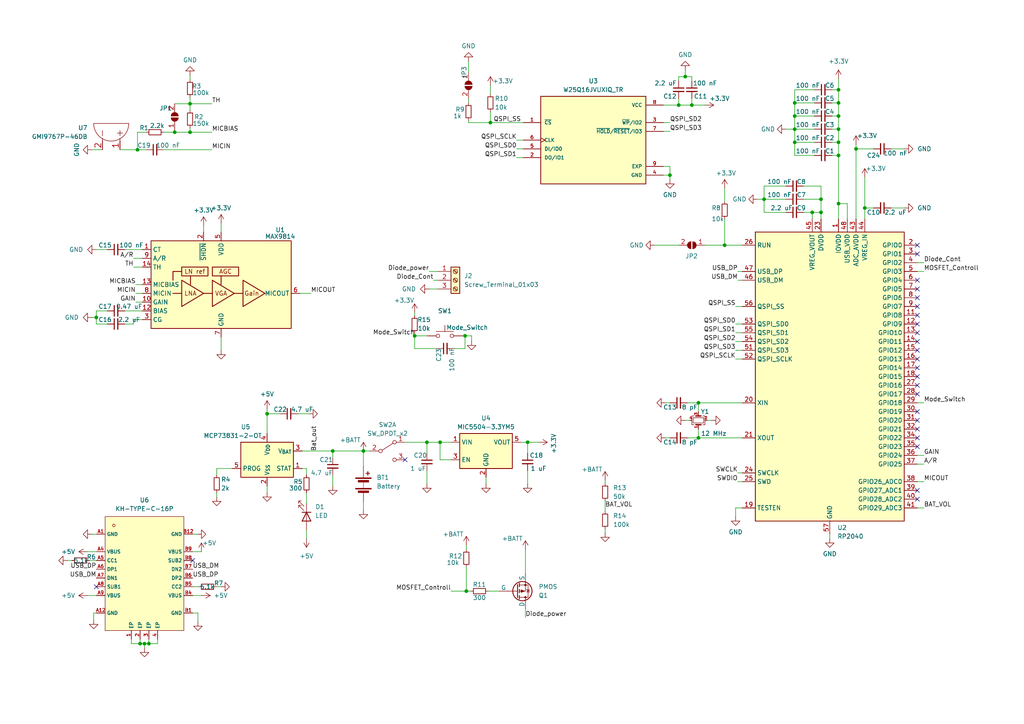
<source format=kicad_sch>
(kicad_sch (version 20230121) (generator eeschema)
  (paper "A4")
  (junction (at 96.52 130.81))
  (junction (at 243.205 45.085))
  (junction (at 200.66 30.48))
  (junction (at 153.035 128.27))
  (junction (at 27.94 92.075))
  (junction (at 55.118 38.354))
  (junction (at 243.205 41.275))
  (junction (at 235.585 61.595))
  (junction (at 134.874 97.409))
  (junction (at 221.615 57.785))
  (junction (at 210.185 71.12))
  (junction (at 43.18 186.69))
  (junction (at 238.125 57.785))
  (junction (at 39.878 43.434))
  (junction (at 243.205 59.055))
  (junction (at 243.205 29.845))
  (junction (at 127.635 128.27))
  (junction (at 230.505 41.275))
  (junction (at 230.505 37.465))
  (junction (at 243.205 33.655))
  (junction (at 105.41 130.81))
  (junction (at 196.85 30.48))
  (junction (at 123.825 128.27))
  (junction (at 230.505 33.655))
  (junction (at 230.505 29.845))
  (junction (at 55.118 30.099))
  (junction (at 77.47 120.015))
  (junction (at 50.673 38.354))
  (junction (at 198.755 22.225))
  (junction (at 243.205 37.465))
  (junction (at 248.285 43.18))
  (junction (at 194.31 50.8))
  (junction (at 41.91 186.69))
  (junction (at 250.825 60.325))
  (junction (at 135.255 171.45))
  (junction (at 40.64 186.69))
  (junction (at 238.125 61.595))
  (junction (at 120.269 97.409))
  (junction (at 243.205 26.035))
  (junction (at 202.565 127))
  (junction (at 202.565 116.84))
  (junction (at 142.24 35.56))
  (no_connect (at 266.065 142.24))
  (no_connect (at 266.065 111.76))
  (no_connect (at 266.065 71.12))
  (no_connect (at 266.065 104.14))
  (no_connect (at 266.065 101.6))
  (no_connect (at 55.88 162.56))
  (no_connect (at 266.065 127))
  (no_connect (at 266.065 114.3))
  (no_connect (at 27.94 170.18))
  (no_connect (at 117.475 133.35))
  (no_connect (at 266.065 106.68))
  (no_connect (at 266.065 121.92))
  (no_connect (at 266.065 93.98))
  (no_connect (at 266.065 73.66))
  (no_connect (at 266.065 109.22))
  (no_connect (at 266.065 81.28))
  (no_connect (at 266.065 88.9))
  (no_connect (at 266.065 86.36))
  (no_connect (at 266.065 144.78))
  (no_connect (at 266.065 124.46))
  (no_connect (at 266.065 96.52))
  (no_connect (at 266.065 129.54))
  (no_connect (at 266.065 91.44))
  (no_connect (at 266.065 83.82))
  (no_connect (at 266.065 119.38))
  (no_connect (at 266.065 99.06))
  (wire (pts (xy 253.365 60.325) (xy 250.825 60.325)))
  (wire (pts (xy 39.878 43.434) (xy 42.418 43.434)))
  (wire (pts (xy 123.825 128.27) (xy 123.825 131.445)))
  (wire (pts (xy 243.205 45.085) (xy 243.205 41.275)))
  (wire (pts (xy 38.735 93.98) (xy 38.735 92.71)))
  (wire (pts (xy 55.88 160.02) (xy 58.42 160.02)))
  (wire (pts (xy 199.39 127) (xy 202.565 127)))
  (wire (pts (xy 135.89 35.56) (xy 142.24 35.56)))
  (wire (pts (xy 235.585 63.5) (xy 235.585 61.595)))
  (wire (pts (xy 27.178 177.8) (xy 27.178 179.832)))
  (wire (pts (xy 39.878 38.354) (xy 39.878 43.434)))
  (wire (pts (xy 194.31 48.26) (xy 194.31 50.8)))
  (wire (pts (xy 134.874 101.092) (xy 134.874 97.409)))
  (wire (pts (xy 227.965 37.465) (xy 230.505 37.465)))
  (wire (pts (xy 202.565 116.84) (xy 202.565 119.38)))
  (wire (pts (xy 120.269 101.092) (xy 120.269 97.409)))
  (wire (pts (xy 266.065 76.2) (xy 267.97 76.2)))
  (wire (pts (xy 238.125 63.5) (xy 238.125 61.595)))
  (wire (pts (xy 142.24 35.56) (xy 151.765 35.56)))
  (wire (pts (xy 245.745 63.5) (xy 245.745 59.055)))
  (wire (pts (xy 135.89 17.78) (xy 135.89 20.955)))
  (wire (pts (xy 120.269 96.647) (xy 120.269 97.409)))
  (wire (pts (xy 258.445 60.325) (xy 262.255 60.325)))
  (wire (pts (xy 62.865 135.89) (xy 67.31 135.89)))
  (wire (pts (xy 241.3 45.085) (xy 243.205 45.085)))
  (wire (pts (xy 243.205 45.085) (xy 243.205 59.055)))
  (wire (pts (xy 81.28 120.015) (xy 77.47 120.015)))
  (wire (pts (xy 27.94 172.72) (xy 25.4 172.72)))
  (wire (pts (xy 192.405 38.1) (xy 194.31 38.1)))
  (wire (pts (xy 41.91 186.69) (xy 40.64 186.69)))
  (wire (pts (xy 135.255 164.465) (xy 135.255 171.45)))
  (wire (pts (xy 236.22 29.845) (xy 230.505 29.845)))
  (wire (pts (xy 134.874 97.409) (xy 136.779 97.409)))
  (wire (pts (xy 241.3 26.035) (xy 243.205 26.035)))
  (wire (pts (xy 55.88 154.94) (xy 57.15 154.94)))
  (wire (pts (xy 205.105 121.92) (xy 206.375 121.92)))
  (wire (pts (xy 38.735 74.93) (xy 41.275 74.93)))
  (wire (pts (xy 127.635 133.35) (xy 127.635 128.27)))
  (wire (pts (xy 26.67 92.075) (xy 27.94 92.075)))
  (wire (pts (xy 34.798 43.434) (xy 39.878 43.434)))
  (wire (pts (xy 55.118 28.194) (xy 55.118 30.099)))
  (wire (pts (xy 96.52 130.81) (xy 105.41 130.81)))
  (wire (pts (xy 55.88 177.8) (xy 57.404 177.8)))
  (wire (pts (xy 213.995 137.16) (xy 215.265 137.16)))
  (wire (pts (xy 142.24 24.765) (xy 142.24 27.305)))
  (wire (pts (xy 213.36 96.52) (xy 215.265 96.52)))
  (wire (pts (xy 210.185 63.5) (xy 210.185 71.12)))
  (wire (pts (xy 27.94 93.98) (xy 27.94 92.075)))
  (wire (pts (xy 38.735 92.71) (xy 41.275 92.71)))
  (wire (pts (xy 266.065 132.08) (xy 267.97 132.08)))
  (wire (pts (xy 189.865 71.12) (xy 196.85 71.12)))
  (wire (pts (xy 55.118 21.844) (xy 55.118 23.114)))
  (wire (pts (xy 241.3 33.655) (xy 243.205 33.655)))
  (wire (pts (xy 36.195 93.98) (xy 38.735 93.98)))
  (wire (pts (xy 135.89 35.56) (xy 135.89 34.925)))
  (wire (pts (xy 153.035 136.525) (xy 153.035 140.335)))
  (wire (pts (xy 40.64 186.69) (xy 40.64 185.42)))
  (wire (pts (xy 202.565 127) (xy 215.265 127)))
  (wire (pts (xy 55.118 32.004) (xy 55.118 30.099)))
  (wire (pts (xy 248.285 41.91) (xy 248.285 43.18)))
  (wire (pts (xy 152.4 176.53) (xy 152.4 179.07)))
  (wire (pts (xy 87.63 130.81) (xy 96.52 130.81)))
  (wire (pts (xy 241.3 37.465) (xy 243.205 37.465)))
  (wire (pts (xy 243.205 59.055) (xy 243.205 63.5)))
  (wire (pts (xy 105.41 130.81) (xy 107.315 130.81)))
  (wire (pts (xy 194.31 52.07) (xy 194.31 50.8)))
  (wire (pts (xy 134.112 97.409) (xy 134.874 97.409)))
  (wire (pts (xy 198.755 121.92) (xy 200.025 121.92)))
  (wire (pts (xy 213.36 99.06) (xy 215.265 99.06)))
  (wire (pts (xy 235.585 61.595) (xy 238.125 61.595)))
  (wire (pts (xy 221.615 61.595) (xy 221.615 57.785)))
  (wire (pts (xy 39.37 87.63) (xy 41.275 87.63)))
  (wire (pts (xy 230.505 45.085) (xy 230.505 41.275)))
  (wire (pts (xy 213.36 104.14) (xy 215.265 104.14)))
  (wire (pts (xy 149.86 45.72) (xy 151.765 45.72)))
  (wire (pts (xy 38.735 77.47) (xy 41.275 77.47)))
  (wire (pts (xy 127.635 128.27) (xy 130.81 128.27)))
  (wire (pts (xy 88.9 135.89) (xy 87.63 135.89)))
  (wire (pts (xy 198.755 20.32) (xy 198.755 22.225)))
  (wire (pts (xy 50.673 38.354) (xy 55.118 38.354)))
  (wire (pts (xy 213.995 81.28) (xy 215.265 81.28)))
  (wire (pts (xy 27.94 72.39) (xy 31.115 72.39)))
  (wire (pts (xy 77.47 140.97) (xy 77.47 142.875)))
  (wire (pts (xy 230.505 26.035) (xy 230.505 29.845)))
  (wire (pts (xy 96.52 137.795) (xy 96.52 140.97)))
  (wire (pts (xy 55.118 37.084) (xy 55.118 38.354)))
  (wire (pts (xy 236.22 26.035) (xy 230.505 26.035)))
  (wire (pts (xy 77.47 120.015) (xy 77.47 125.73)))
  (wire (pts (xy 199.39 116.84) (xy 202.565 116.84)))
  (wire (pts (xy 27.94 92.075) (xy 27.94 90.17)))
  (wire (pts (xy 243.205 22.86) (xy 243.205 26.035)))
  (wire (pts (xy 123.825 136.525) (xy 123.825 140.335)))
  (wire (pts (xy 105.41 145.415) (xy 105.41 147.955)))
  (wire (pts (xy 196.85 28.575) (xy 196.85 30.48)))
  (wire (pts (xy 192.405 30.48) (xy 196.85 30.48)))
  (wire (pts (xy 248.285 43.18) (xy 248.285 63.5)))
  (wire (pts (xy 230.505 37.465) (xy 230.505 41.275)))
  (wire (pts (xy 27.94 154.94) (xy 26.67 154.94)))
  (wire (pts (xy 230.505 41.275) (xy 236.22 41.275)))
  (wire (pts (xy 243.205 33.655) (xy 243.205 37.465)))
  (wire (pts (xy 55.118 38.354) (xy 61.468 38.354)))
  (wire (pts (xy 221.615 57.785) (xy 227.965 57.785)))
  (wire (pts (xy 245.745 59.055) (xy 243.205 59.055)))
  (wire (pts (xy 136.779 98.933) (xy 136.779 97.409)))
  (wire (pts (xy 213.36 93.98) (xy 215.265 93.98)))
  (wire (pts (xy 196.85 30.48) (xy 200.66 30.48)))
  (wire (pts (xy 120.269 97.409) (xy 123.952 97.409)))
  (wire (pts (xy 59.055 65.405) (xy 59.055 67.31)))
  (wire (pts (xy 86.36 120.015) (xy 89.535 120.015)))
  (wire (pts (xy 77.47 118.745) (xy 77.47 120.015)))
  (wire (pts (xy 55.88 172.72) (xy 58.42 172.72)))
  (wire (pts (xy 131.699 101.092) (xy 134.874 101.092)))
  (wire (pts (xy 50.673 30.099) (xy 55.118 30.099)))
  (wire (pts (xy 192.405 48.26) (xy 194.31 48.26)))
  (wire (pts (xy 42.418 38.354) (xy 39.878 38.354)))
  (wire (pts (xy 41.91 186.69) (xy 41.91 187.96)))
  (wire (pts (xy 215.265 116.84) (xy 202.565 116.84)))
  (wire (pts (xy 210.185 71.12) (xy 215.265 71.12)))
  (wire (pts (xy 125.73 81.28) (xy 127 81.28)))
  (wire (pts (xy 213.36 101.6) (xy 215.265 101.6)))
  (wire (pts (xy 45.72 186.69) (xy 45.72 185.42)))
  (wire (pts (xy 194.31 50.8) (xy 192.405 50.8)))
  (wire (pts (xy 88.9 142.875) (xy 88.9 146.05)))
  (wire (pts (xy 221.615 53.975) (xy 227.965 53.975)))
  (wire (pts (xy 193.04 116.84) (xy 194.31 116.84)))
  (wire (pts (xy 230.505 33.655) (xy 236.22 33.655)))
  (wire (pts (xy 243.205 29.845) (xy 243.205 33.655)))
  (wire (pts (xy 27.178 177.8) (xy 27.94 177.8)))
  (wire (pts (xy 238.125 53.975) (xy 233.045 53.975)))
  (wire (pts (xy 38.1 185.42) (xy 38.1 186.69)))
  (wire (pts (xy 36.195 72.39) (xy 41.275 72.39)))
  (wire (pts (xy 250.825 60.325) (xy 250.825 63.5)))
  (wire (pts (xy 47.498 38.354) (xy 50.673 38.354)))
  (wire (pts (xy 213.995 139.7) (xy 215.265 139.7)))
  (wire (pts (xy 47.498 43.434) (xy 61.468 43.434)))
  (wire (pts (xy 105.41 135.255) (xy 105.41 130.81)))
  (wire (pts (xy 62.865 142.875) (xy 62.865 144.145)))
  (wire (pts (xy 26.67 43.434) (xy 29.718 43.434)))
  (wire (pts (xy 43.18 186.69) (xy 43.18 185.42)))
  (wire (pts (xy 64.135 97.79) (xy 64.135 101.6)))
  (wire (pts (xy 96.52 130.81) (xy 96.52 132.715)))
  (wire (pts (xy 55.88 170.18) (xy 57.658 170.18)))
  (wire (pts (xy 266.065 78.74) (xy 267.97 78.74)))
  (wire (pts (xy 117.475 128.27) (xy 123.825 128.27)))
  (wire (pts (xy 198.755 22.225) (xy 196.85 22.225)))
  (wire (pts (xy 213.36 88.9) (xy 215.265 88.9)))
  (wire (pts (xy 149.86 43.18) (xy 151.765 43.18)))
  (wire (pts (xy 198.755 22.225) (xy 200.66 22.225)))
  (wire (pts (xy 39.37 82.55) (xy 41.275 82.55)))
  (wire (pts (xy 36.195 90.17) (xy 41.275 90.17)))
  (wire (pts (xy 230.505 29.845) (xy 230.505 33.655)))
  (wire (pts (xy 27.94 160.02) (xy 25.4 160.02)))
  (wire (pts (xy 238.125 57.785) (xy 238.125 61.595)))
  (wire (pts (xy 233.045 61.595) (xy 235.585 61.595)))
  (wire (pts (xy 55.118 30.099) (xy 61.468 30.099)))
  (wire (pts (xy 120.269 90.678) (xy 120.269 91.567)))
  (wire (pts (xy 253.365 43.18) (xy 248.285 43.18)))
  (wire (pts (xy 124.46 83.82) (xy 127 83.82)))
  (wire (pts (xy 153.035 128.27) (xy 156.21 128.27)))
  (wire (pts (xy 230.505 37.465) (xy 236.22 37.465)))
  (wire (pts (xy 266.065 147.32) (xy 267.97 147.32)))
  (wire (pts (xy 135.89 28.575) (xy 135.89 29.845)))
  (wire (pts (xy 126.619 101.092) (xy 120.269 101.092)))
  (wire (pts (xy 153.035 128.27) (xy 153.035 131.445)))
  (wire (pts (xy 243.205 37.465) (xy 243.205 41.275)))
  (wire (pts (xy 240.665 154.94) (xy 240.665 156.21)))
  (wire (pts (xy 213.36 147.32) (xy 213.36 149.86)))
  (wire (pts (xy 130.81 171.45) (xy 135.255 171.45)))
  (wire (pts (xy 238.125 57.785) (xy 238.125 53.975)))
  (wire (pts (xy 204.47 30.48) (xy 200.66 30.48)))
  (wire (pts (xy 243.205 26.035) (xy 243.205 29.845)))
  (wire (pts (xy 62.738 170.18) (xy 64.008 170.18)))
  (wire (pts (xy 39.37 85.09) (xy 41.275 85.09)))
  (wire (pts (xy 25.908 162.56) (xy 27.94 162.56)))
  (wire (pts (xy 88.9 153.67) (xy 88.9 156.21)))
  (wire (pts (xy 20.828 162.56) (xy 19.558 162.56)))
  (wire (pts (xy 151.13 128.27) (xy 153.035 128.27)))
  (wire (pts (xy 196.85 22.225) (xy 196.85 23.495)))
  (wire (pts (xy 135.255 158.115) (xy 135.255 159.385)))
  (wire (pts (xy 210.185 54.61) (xy 210.185 58.42)))
  (wire (pts (xy 152.4 159.385) (xy 152.4 166.37)))
  (wire (pts (xy 31.115 93.98) (xy 27.94 93.98)))
  (wire (pts (xy 41.91 186.69) (xy 43.18 186.69)))
  (wire (pts (xy 200.66 30.48) (xy 200.66 28.575)))
  (wire (pts (xy 175.514 153.416) (xy 175.514 154.559)))
  (wire (pts (xy 140.97 138.43) (xy 140.97 140.335)))
  (wire (pts (xy 142.24 32.385) (xy 142.24 35.56)))
  (wire (pts (xy 243.205 41.275) (xy 241.3 41.275)))
  (wire (pts (xy 200.66 22.225) (xy 200.66 23.495)))
  (wire (pts (xy 238.125 57.785) (xy 233.045 57.785)))
  (wire (pts (xy 213.36 147.32) (xy 215.265 147.32)))
  (wire (pts (xy 175.514 145.288) (xy 175.514 148.336)))
  (wire (pts (xy 124.46 78.74) (xy 127 78.74)))
  (wire (pts (xy 123.825 128.27) (xy 127.635 128.27)))
  (wire (pts (xy 266.065 134.62) (xy 267.97 134.62)))
  (wire (pts (xy 204.47 71.12) (xy 210.185 71.12)))
  (wire (pts (xy 219.71 57.785) (xy 221.615 57.785)))
  (wire (pts (xy 175.514 139.319) (xy 175.514 140.208)))
  (wire (pts (xy 57.404 177.8) (xy 57.404 180.34)))
  (wire (pts (xy 266.065 116.84) (xy 267.97 116.84)))
  (wire (pts (xy 27.94 90.17) (xy 31.115 90.17)))
  (wire (pts (xy 221.615 53.975) (xy 221.615 57.785)))
  (wire (pts (xy 192.405 35.56) (xy 194.31 35.56)))
  (wire (pts (xy 250.825 51.435) (xy 250.825 60.325)))
  (wire (pts (xy 43.18 186.69) (xy 45.72 186.69)))
  (wire (pts (xy 243.205 29.845) (xy 241.3 29.845)))
  (wire (pts (xy 135.255 171.45) (xy 136.525 171.45)))
  (wire (pts (xy 149.86 40.64) (xy 151.765 40.64)))
  (wire (pts (xy 141.605 171.45) (xy 144.78 171.45)))
  (wire (pts (xy 236.22 45.085) (xy 230.505 45.085)))
  (wire (pts (xy 50.673 37.719) (xy 50.673 38.354)))
  (wire (pts (xy 86.995 85.09) (xy 90.17 85.09)))
  (wire (pts (xy 130.81 133.35) (xy 127.635 133.35)))
  (wire (pts (xy 258.445 43.18) (xy 262.255 43.18)))
  (wire (pts (xy 202.565 124.46) (xy 202.565 127)))
  (wire (pts (xy 88.9 137.795) (xy 88.9 135.89)))
  (wire (pts (xy 213.995 78.74) (xy 215.265 78.74)))
  (wire (pts (xy 64.135 64.77) (xy 64.135 67.31)))
  (wire (pts (xy 266.065 139.7) (xy 267.97 139.7)))
  (wire (pts (xy 40.64 186.69) (xy 38.1 186.69)))
  (wire (pts (xy 193.04 127) (xy 194.31 127)))
  (wire (pts (xy 230.505 37.465) (xy 230.505 33.655)))
  (wire (pts (xy 62.865 137.795) (xy 62.865 135.89)))
  (wire (pts (xy 227.965 61.595) (xy 221.615 61.595)))
  (label "TH" (at 38.735 77.47 180))
  (label "MICBIAS" (at 39.37 82.55 180))
  (label "USB_DM" (at 55.88 165.1 0))
  (label "Diode_power" (at 124.46 78.74 180))
  (label "Diode_Cont" (at 267.97 76.2 0))
  (label "MICOUT" (at 90.17 85.09 0))
  (label "Mode_Switch" (at 120.269 97.409 180))
  (label "MICIN" (at 61.468 43.434 0))
  (label "BAT_VOL" (at 267.97 147.32 0))
  (label "A{slash}R" (at 38.735 74.93 180))
  (label "QSPI_SD0" (at 149.86 43.18 180))
  (label "GAIN" (at 39.37 87.63 180))
  (label "QSPI_SD1" (at 213.36 96.52 180))
  (label "QSPI_SS" (at 213.36 88.9 180))
  (label "USB_DP" (at 213.995 78.74 180))
  (label "USB_DM" (at 213.995 81.28 180))
  (label "QSPI_SD3" (at 194.31 38.1 0))
  (label "Diode_Cont" (at 125.73 81.28 180))
  (label "QSPI_SD2" (at 194.31 35.56 0))
  (label "TH" (at 61.468 30.099 0))
  (label "USB_DP" (at 55.88 167.64 0))
  (label "MICBIAS" (at 61.468 38.354 0))
  (label "MICOUT" (at 267.97 139.7 0))
  (label "QSPI_SD2" (at 213.36 99.06 180))
  (label "BAT_VOL" (at 175.514 147.32 0))
  (label "Diode_power" (at 152.4 179.07 0))
  (label "MOSFET_Controll" (at 130.81 171.45 180))
  (label "MICIN" (at 39.37 85.09 180))
  (label "MOSFET_Controll" (at 267.97 78.74 0))
  (label "SWCLK" (at 213.995 137.16 180))
  (label "QSPI_SCLK" (at 149.86 40.64 180))
  (label "USB_DM" (at 27.94 167.64 180))
  (label "GAIN" (at 267.97 132.08 0))
  (label "SWDIO" (at 213.995 139.7 180))
  (label "QSPI_SD3" (at 213.36 101.6 180))
  (label "Bat_out" (at 92.075 130.81 90))
  (label "QSPI_SD0" (at 213.36 93.98 180))
  (label "QSPI_SS" (at 151.13 35.56 180))
  (label "QSPI_SD1" (at 149.86 45.72 180))
  (label "A{slash}R" (at 267.97 134.62 0))
  (label "USB_DP" (at 27.94 165.1 180))
  (label "QSPI_SCLK" (at 213.36 104.14 180))
  (label "Mode_Switch" (at 267.97 116.84 0))
  (symbol (lib_id "power:GND") (at 219.71 57.785 270) (unit 1)
    (property "Reference" "#PWR03" (effects hide))
    (property "Value" "GND" (at 216.535 57.785 90) (effects (justify right)))
  )
  (symbol (lib_id "power:+3.3V") (at 120.269 90.678 0) (unit 1)
    (property "Reference" "#PWR057" (effects hide))
    (property "Value" "+3.3V" (at 117.221 87.122 0))
  )
  (symbol (lib_id "Device:R_Small") (at 44.958 38.354 90) (unit 1)
    (property "Reference" "R1" (at 41.783 37.084 90))
    (property "Value" "2.2k" (at 45.593 36.449 90))
    (property "Footprint" "Resistor_SMD:R_0402_1005Metric" (effects hide))
    (property "Datasheet" "https://lv.mouser.com/datasheet/2/447/PYu_RC_Group_51_RoHS_L_11-1984063.pdf" (effects hide))
    (property "Mouser" "https://lv.mouser.com/ProductDetail/YAGEO/RC0402JR-7D2K2L?qs=sGAEpiMZZMvdGkrng054t7z4BkURc4LzQ3W4OqfQrI8tNHh7SwEhcg%3D%3D" (effects hide))
  )
  (symbol (lib_id "power:GND") (at 198.755 121.92 270) (unit 1)
    (property "Reference" "#PWR010" (effects hide))
    (property "Value" "GND" (effects hide))
  )
  (symbol (lib_id "Device:Crystal_GND24_Small") (at 202.565 121.92 90) (unit 1)
    (property "Reference" "Y1" (at 204.47 119.38 90))
    (property "Value" "12 MHz" (at 207.01 125.73 90))
    (property "Footprint" "Crystal:Crystal_SMD_2520-4Pin_2.5x2.0mm" (effects hide))
    (property "Datasheet" "https://lv.mouser.com/datasheet/2/122/ECX_2236-2497269.pdf" (effects hide))
    (property "Mouser" "https://lv.mouser.com/ProductDetail/ECS/ECS-120-8-36-CKM-TR3?qs=e8oIoAS2J1SZELr72XuD0Q%3D%3D" (effects hide))
  )
  (symbol (lib_id "Device:R_Small") (at 175.514 150.876 0) (unit 1)
    (property "Reference" "R14" (at 177.8 149.606 0) (effects (justify left)))
    (property "Value" "100k" (at 177.8 152.146 0) (effects (justify left)))
    (property "Footprint" "Resistor_SMD:R_0402_1005Metric" (effects hide))
  )
  (symbol (lib_id "Device:C_Small") (at 44.958 43.434 90) (unit 1)
    (property "Reference" "C19" (at 41.783 42.164 90))
    (property "Value" "100 nF" (at 48.768 42.164 90))
    (property "Footprint" "Capacitor_SMD:C_0402_1005Metric" (effects hide))
    (property "Datasheet" "https://lv.mouser.com/datasheet/2/396/mlcc06_hq_AUTO_e-1901145.pdf" (effects hide))
    (property "Mouser" "https://lv.mouser.com/ProductDetail/TAIYO-YUDEN/TMK105BJ104KV8F?qs=hWgE7mdIu5RfIjPZnzMbfA%3D%3D" (effects hide))
  )
  (symbol (lib_id "Simulation_SPICE:PMOS") (at 149.86 171.45 0) (mirror x) (unit 1)
    (property "Reference" "Q1" (at 156.21 172.72 0) (effects (justify left)))
    (property "Value" "PMOS" (at 156.21 170.18 0) (effects (justify left)))
    (property "Footprint" "Package_TO_SOT_SMD:SOT-23-3" (effects hide))
    (property "Datasheet" "https://lv.mouser.com/datasheet/2/916/PMV30XPEA-2938657.pdf" (effects hide))
    (property "Sim.Device" "PMOS" (effects hide))
    (property "Sim.Type" "VDMOS" (effects hide))
    (property "Sim.Pins" "1=G 2=S 3=D" (effects hide))
    (property "Mouser" "https://lv.mouser.com/ProductDetail/Nexperia/PMV30XPEAR?qs=gH1BdSMZm8WIT7%2FCLtzVQg%3D%3D" (effects hide))
    (property "Info" "https://www.gammon.com.au/motors" (effects hide))
  )
  (symbol (lib_id "Device:C_Small") (at 196.85 127 90) (unit 1)
    (property "Reference" "C14" (at 194.31 128.27 90))
    (property "Value" "8 pF" (at 200.025 128.27 90))
    (property "Footprint" "Capacitor_SMD:C_0402_1005Metric" (effects hide))
    (property "Datasheet" "https://lv.mouser.com/datasheet/2/396/TAIYO_YUDEN_02_26_2024_MB_mlcc_all_e_3402040-3451789.pdf" (effects hide))
    (property "Mouser" "https://lv.mouser.com/ProductDetail/TAIYO-YUDEN/MBASU105SCG080CFNA01?qs=HFfMDpzxxd3HgwGdV7D1Cg%3D%3D" (effects hide))
  )
  (symbol (lib_id "Device:C_Small") (at 255.905 60.325 270) (unit 1)
    (property "Reference" "C10" (at 253.365 61.595 90))
    (property "Value" "2.2 uF" (at 259.715 61.595 90))
    (property "Footprint" "Capacitor_SMD:C_0402_1005Metric" (effects hide))
    (property "Datasheet" "https://lv.mouser.com/datasheet/2/40/cx5r_KGM-3223198.pdf" (effects hide))
    (property "Mouser" "https://lv.mouser.com/ProductDetail/KYOCERA-AVX/0402ZD225MAT2A?qs=ZBeOGGPQgEESIGO3bvTmzg%3D%3D" (effects hide))
  )
  (symbol (lib_id "Device:R_Small") (at 120.269 94.107 180) (unit 1)
    (property "Reference" "R15" (at 121.031 92.71 0) (effects (justify right)))
    (property "Value" "10k" (at 121.158 95.25 0) (effects (justify right)))
    (property "Footprint" "Resistor_SMD:R_0402_1005Metric" (effects hide))
  )
  (symbol (lib_id "Amplifier_Audio:MAX9814") (at 64.135 82.55 0) (unit 1)
    (property "Reference" "U1" (at 81.28 66.675 0))
    (property "Value" "MAX9814" (at 81.28 68.58 0))
    (property "Footprint" "Package_DFN_QFN:DFN-14-1EP_3x3mm_P0.4mm_EP1.78x2.35mm" (effects hide))
    (property "Datasheet" "https://datasheets.maximintegrated.com/en/ds/MAX9814.pdf" (effects hide))
    (property "Mouser" "https://lv.mouser.com/ProductDetail/Analog-Devices-Maxim-Integrated/MAX9814ETD%2bT?qs=1THa7WoU59HUZGorIAH%2Frw%3D%3D" (effects hide))
  )
  (symbol (lib_id "power:GND") (at 213.36 149.86 0) (unit 1)
    (property "Reference" "#PWR037" (effects hide))
    (property "Value" "GND" (at 213.36 154.305 0))
  )
  (symbol (lib_id "power:GND") (at 123.825 140.335 0) (unit 1)
    (property "Reference" "#PWR024" (effects hide))
    (property "Value" "GND" (effects hide))
  )
  (symbol (lib_id "power:+BATT") (at 152.4 159.385 0) (unit 1)
    (property "Reference" "#PWR047" (effects hide))
    (property "Value" "+BATT" (at 148.59 156.21 0))
  )
  (symbol (lib_id "Jumper:SolderJumper_2_Open") (at 200.66 71.12 180) (unit 1)
    (property "Reference" "JP2" (at 198.755 74.295 0) (effects (justify right)))
    (property "Value" "SolderJumper_2_Open" (effects hide))
    (property "Footprint" "Jumper:SolderJumper-2_P1.3mm_Open_TrianglePad1.0x1.5mm" (effects hide))
  )
  (symbol (lib_id "power:+5V") (at 88.9 156.21 180) (unit 1)
    (property "Reference" "#PWR033" (effects hide))
    (property "Value" "+5V" (at 88.9 161.29 0))
  )
  (symbol (lib_id "Device:C_Small") (at 238.76 45.085 90) (unit 1)
    (property "Reference" "C1" (at 240.665 43.815 90))
    (property "Value" "100 nF" (at 234.315 43.815 90))
    (property "Footprint" "Capacitor_SMD:C_0402_1005Metric" (effects hide))
    (property "Datasheet" "https://lv.mouser.com/datasheet/2/396/mlcc06_hq_AUTO_e-1901145.pdf" (effects hide))
    (property "Mouser" "https://lv.mouser.com/ProductDetail/TAIYO-YUDEN/TMK105BJ104KV8F?qs=hWgE7mdIu5RfIjPZnzMbfA%3D%3D" (effects hide))
  )
  (symbol (lib_id "Connector:Screw_Terminal_01x03") (at 132.08 81.28 0) (unit 1)
    (property "Reference" "J2" (at 134.62 80.01 0) (effects (justify left)))
    (property "Value" "Screw_Terminal_01x03" (at 134.62 82.55 0) (effects (justify left)))
    (property "Footprint" "Connector_PinHeader_2.54mm:PinHeader_1x03_P2.54mm_Vertical" (effects hide))
  )
  (symbol (lib_id "power:+3.3V") (at 156.21 128.27 270) (unit 1)
    (property "Reference" "#PWR021" (effects hide))
    (property "Value" "+3.3V" (at 160.6042 128.651 0))
  )
  (symbol (lib_id "power:+5V") (at 77.47 118.745 0) (unit 1)
    (property "Reference" "#PWR032" (effects hide))
    (property "Value" "+5V" (at 77.47 114.3 0))
  )
  (symbol (lib_id "Battery_Management:MCP73831-2-OT") (at 77.47 133.35 0) (unit 1)
    (property "Reference" "U5" (at 69.85 123.825 0) (effects (justify left)))
    (property "Value" "MCP73831-2-OT" (at 59.055 126.365 0) (effects (justify left)))
    (property "Footprint" "Package_TO_SOT_SMD:SOT-23-5" (effects hide))
    (property "Datasheet" "https://lv.mouser.com/datasheet/2/268/MCP73831_Family_Data_Sheet_DS20001984H-3441711.pdf" (effects hide))
    (property "Mouser" "https://lv.mouser.com/ProductDetail/Microchip-Technology/MCP73831T-2ACI-OT?qs=yUQqVecv4qvbBQBGbHx0Mw%3D%3D" (effects hide))
  )
  (symbol (lib_id "power:GND") (at 57.15 154.94 90) (unit 1)
    (property "Reference" "#PWR027" (effects hide))
    (property "Value" "GND" (effects hide))
  )
  (symbol (lib_id "Device:R_Small") (at 142.24 29.845 0) (unit 1)
    (property "Reference" "R10" (at 143.51 28.575 0) (effects (justify left)))
    (property "Value" "10k" (at 143.51 31.115 0) (effects (justify left)))
    (property "Footprint" "Resistor_SMD:R_0402_1005Metric" (effects hide))
    (property "Datasheet" "https://lv.mouser.com/datasheet/2/315/AOA0000C334-1314047.pdf" (effects hide))
    (property "Mouser" "https://lv.mouser.com/ProductDetail/Panasonic/ERJ-U02J103X?qs=sGAEpiMZZMvdGkrng054txgTq5MjvbWtM1uNpdEojtM%3D" (effects hide))
  )
  (symbol (lib_id "power:GND") (at 26.67 92.075 270) (unit 1)
    (property "Reference" "#PWR017" (effects hide))
    (property "Value" "GND" (at 22.86 92.075 90) (effects (justify right)))
  )
  (symbol (lib_id "power:GND") (at 64.008 170.18 90) (unit 1)
    (property "Reference" "#PWR036" (effects hide))
    (property "Value" "GND" (effects hide))
  )
  (symbol (lib_id "GMI9767P-46DB:GMI9767P-46DB") (at 32.258 38.354 0) (mirror y) (unit 1)
    (property "Reference" "U7" (at 25.4 37.084 0) (effects (justify left)))
    (property "Value" "GMI9767P-46DB" (at 25.4 39.624 0) (effects (justify left)))
    (property "Footprint" "footprint:MIC-TH_BD9.7-P2.54-D0.8-L-FD" (effects hide))
    (property "Datasheet" "https://so.szlcsc.com/global.html?k=C71568&ref=editor" (effects hide))
    (property "LCSC" "C234020" (effects hide))
  )
  (symbol (lib_id "Device:C_Small") (at 33.655 90.17 90) (unit 1)
    (property "Reference" "C17" (at 30.48 88.9 90))
    (property "Value" "0.47 uF" (at 37.465 88.9 90))
    (property "Footprint" "Capacitor_SMD:C_0402_1005Metric" (effects hide))
    (property "Datasheet" "https://lv.mouser.com/datasheet/2/396/c_mlcc_B_e-3369865.pdf" (effects hide))
    (property "Mouser" "https://lv.mouser.com/ProductDetail/TAIYO-YUDEN/MBASJ105SB7474KFNA01?qs=tlsG%2FOw5FFh70%252Bw5vm%252Bxgg%3D%3D" (effects hide))
  )
  (symbol (lib_id "Device:C_Small") (at 238.76 29.845 90) (unit 1)
    (property "Reference" "C5" (at 240.665 28.575 90))
    (property "Value" "100 nF" (at 234.315 28.575 90))
    (property "Footprint" "Capacitor_SMD:C_0402_1005Metric" (effects hide))
    (property "Datasheet" "https://lv.mouser.com/datasheet/2/396/mlcc06_hq_AUTO_e-1901145.pdf" (effects hide))
    (property "Mouser" "https://lv.mouser.com/ProductDetail/TAIYO-YUDEN/TMK105BJ104KV8F?qs=hWgE7mdIu5RfIjPZnzMbfA%3D%3D" (effects hide))
  )
  (symbol (lib_id "KH-TYPE-C-16P:KH-TYPE-C-16P") (at 43.18 167.64 0) (unit 1)
    (property "Reference" "U6" (at 41.91 145.034 0))
    (property "Value" "KH-TYPE-C-16P" (at 41.91 147.574 0))
    (property "Footprint" "footprint:USB-C-SMD_KH-TYPE-C-16P" (effects hide))
    (property "Datasheet" "https://item.szlcsc.com/747093.html" (effects hide))
    (property "LCSC" "C709357" (effects hide))
  )
  (symbol (lib_id "power:+5V") (at 58.42 172.72 270) (unit 1)
    (property "Reference" "#PWR053" (effects hide))
    (property "Value" "+5V" (at 61.976 172.72 90) (effects (justify left)))
  )
  (symbol (lib_id "Jumper:SolderJumper_2_Open") (at 50.673 33.909 90) (unit 1)
    (property "Reference" "JP1" (at 46.228 31.369 90) (effects (justify right)))
    (property "Value" "SolderJumper_2_Open" (effects hide))
    (property "Footprint" "Jumper:SolderJumper-2_P1.3mm_Open_TrianglePad1.0x1.5mm" (effects hide))
  )
  (symbol (lib_id "W25Q16JVUXIQ_TR:W25Q16JVUXIQ_TR") (at 172.085 40.64 0) (unit 1)
    (property "Reference" "U3" (at 172.085 23.495 0))
    (property "Value" "W25Q16JVUXIQ_TR" (at 172.085 26.035 0))
    (property "Footprint" "W25Q16JVUXIQ_TR:IC_W25Q16JVUXIQ_TR" (effects hide))
    (property "Datasheet" "https://lv.mouser.com/datasheet/2/949/w25q16jv_spi_revg_03222018_plus-1489727.pdf" (effects hide))
    (property "Mouser" "https://lv.mouser.com/ProductDetail/Winbond/W25Q16JVUXIQ-TR?qs=qSfuJ%252Bfl%2Fd7SDdIHLGOd1g%3D%3D" (effects hide))
  )
  (symbol (lib_id "power:GND") (at 19.558 162.56 270) (unit 1)
    (property "Reference" "#PWR035" (effects hide))
    (property "Value" "GND" (effects hide))
  )
  (symbol (lib_id "power:GND") (at 41.91 187.96 0) (unit 1)
    (property "Reference" "#PWR052" (effects hide))
    (property "Value" "GND" (effects hide))
  )
  (symbol (lib_id "power:+3.3V") (at 250.825 51.435 0) (unit 1)
    (property "Reference" "#PWR05" (effects hide))
    (property "Value" "+3.3V" (at 254 48.895 0))
  )
  (symbol (lib_id "Device:C_Small") (at 83.82 120.015 90) (unit 1)
    (property "Reference" "C22" (at 81.28 118.745 90))
    (property "Value" "4.7 uF" (at 87.63 118.745 90))
    (property "Footprint" "Capacitor_SMD:C_0402_1005Metric" (effects hide))
    (property "Datasheet" "https://lv.mouser.com/datasheet/2/281/1/GRM155R60J475ME87_01A-1983790.pdf" (effects hide))
    (property "Mouser" "https://lv.mouser.com/ProductDetail/Murata-Electronics/GRM155R60J475ME87J?qs=QzBtWTOodeXd6qA%252BVUn03Q%3D%3D" (effects hide))
  )
  (symbol (lib_id "power:GND") (at 227.965 37.465 270) (unit 1)
    (property "Reference" "#PWR01" (effects hide))
    (property "Value" "GND" (at 224.79 37.465 90) (effects (justify right)))
  )
  (symbol (lib_id "power:+3.3V") (at 142.24 24.765 0) (unit 1)
    (property "Reference" "#PWR043" (effects hide))
    (property "Value" "+3.3V" (at 142.875 23.495 0) (effects (justify left)))
  )
  (symbol (lib_id "power:GND") (at 57.404 180.34 0) (unit 1)
    (property "Reference" "#PWR051" (effects hide))
    (property "Value" "GND" (effects hide))
  )
  (symbol (lib_id "power:+3.3V") (at 59.055 65.405 0) (unit 1)
    (property "Reference" "#PWR019" (effects hide))
    (property "Value" "+3.3V" (at 59.055 60.96 0))
  )
  (symbol (lib_id "Device:C_Small") (at 196.85 116.84 90) (unit 1)
    (property "Reference" "C13" (at 194.31 118.11 90))
    (property "Value" "8 pF" (at 200.025 118.11 90))
    (property "Footprint" "Capacitor_SMD:C_0402_1005Metric" (effects hide))
    (property "Datasheet" "https://lv.mouser.com/datasheet/2/396/TAIYO_YUDEN_02_26_2024_MB_mlcc_all_e_3402040-3451789.pdf" (effects hide))
    (property "Mouser" "https://lv.mouser.com/ProductDetail/TAIYO-YUDEN/MBASU105SCG080CFNA01?qs=HFfMDpzxxd3HgwGdV7D1Cg%3D%3D" (effects hide))
  )
  (symbol (lib_id "Device:C_Small") (at 255.905 43.18 270) (unit 1)
    (property "Reference" "C24" (at 253.365 45.085 90))
    (property "Value" "100 nF" (at 259.715 44.45 90))
    (property "Footprint" "Capacitor_SMD:C_0402_1005Metric" (effects hide))
    (property "Datasheet" "https://lv.mouser.com/datasheet/2/40/cx5r_KGM-3223198.pdf" (effects hide))
    (property "Mouser" "https://lv.mouser.com/ProductDetail/KYOCERA-AVX/0402ZD225MAT2A?qs=ZBeOGGPQgEESIGO3bvTmzg%3D%3D" (effects hide))
  )
  (symbol (lib_id "power:GND") (at 193.04 116.84 270) (unit 1)
    (property "Reference" "#PWR012" (effects hide))
    (property "Value" "GND" (effects hide))
  )
  (symbol (lib_id "Device:R_Small") (at 88.9 140.335 0) (unit 1)
    (property "Reference" "R5" (at 85.09 139.7 0) (effects (justify left)))
    (property "Value" "300" (at 83.82 141.605 0) (effects (justify left)))
    (property "Footprint" "Resistor_SMD:R_0402_1005Metric" (effects hide))
    (property "Datasheet" "https://lv.mouser.com/datasheet/2/54/cr-1858361.pdf" (effects hide))
    (property "Mouser" "https://lv.mouser.com/ProductDetail/Bourns/CR0402-FX-3000GLF?qs=sGAEpiMZZMvdGkrng054t%252BRNGJdg958RWWx8AkndlLE%3D" (effects hide))
  )
  (symbol (lib_id "power:GND") (at 27.94 72.39 270) (unit 1)
    (property "Reference" "#PWR018" (effects hide))
    (property "Value" "GND" (at 24.13 72.39 90) (effects (justify right)))
  )
  (symbol (lib_id "power:GND") (at 89.535 120.015 90) (unit 1)
    (property "Reference" "#PWR031" (effects hide))
    (property "Value" "GND" (effects hide))
  )
  (symbol (lib_id "power:GND") (at 26.67 43.434 270) (unit 1)
    (property "Reference" "#PWR015" (effects hide))
    (property "Value" "GND" (at 22.225 43.434 0))
  )
  (symbol (lib_id "power:+3.3V") (at 210.185 54.61 0) (unit 1)
    (property "Reference" "#PWR039" (effects hide))
    (property "Value" "+3.3V" (at 210.566 50.2158 0))
  )
  (symbol (lib_id "Switch:SW_Push") (at 129.032 97.409 0) (unit 1)
    (property "Reference" "SW1" (at 129.032 90.17 0))
    (property "Value" "Mode_Switch" (at 135.509 94.996 0))
    (property "Footprint" "Button_Switch_THT:SW_PUSH_6mm_H13mm" (effects hide))
    (property "Datasheet" "https://www.lcsc.com/product-detail/Tactile-Switches_USAKRO-UK-B0202-G13-160_C620310.html" (effects hide))
    (property "LCSC" "https://www.lcsc.com/product-detail/Tactile-Switches_USAKRO-UK-B0202-G13-160_C620310.html" (effects hide))
  )
  (symbol (lib_id "Device:C_Small") (at 33.655 93.98 90) (unit 1)
    (property "Reference" "C16" (at 30.48 92.71 90))
    (property "Value" "2.2 uF" (at 37.465 92.71 90))
    (property "Footprint" "Capacitor_SMD:C_0402_1005Metric" (effects hide))
    (property "Datasheet" "https://lv.mouser.com/datasheet/2/40/cx5r_KGM-3223198.pdf" (effects hide))
    (property "Mouser" "https://lv.mouser.com/ProductDetail/KYOCERA-AVX/0402ZD225MAT2A?qs=ZBeOGGPQgEESIGO3bvTmzg%3D%3D" (effects hide))
  )
  (symbol (lib_id "power:GND") (at 136.779 98.933 0) (unit 1)
    (property "Reference" "#PWR056" (effects hide))
    (property "Value" "GND" (effects hide))
  )
  (symbol (lib_id "Device:C_Small") (at 96.52 135.255 0) (unit 1)
    (property "Reference" "C21" (at 94.615 133.35 0))
    (property "Value" "4.7 uF" (at 93.345 137.16 0))
    (property "Footprint" "Capacitor_SMD:C_0402_1005Metric" (effects hide))
    (property "Datasheet" "https://lv.mouser.com/datasheet/2/281/1/GRM155R60J475ME87_01A-1983790.pdf" (effects hide))
    (property "Mouser" "https://lv.mouser.com/ProductDetail/Murata-Electronics/GRM155R60J475ME87J?qs=QzBtWTOodeXd6qA%252BVUn03Q%3D%3D" (effects hide))
  )
  (symbol (lib_id "Device:R_Small") (at 210.185 60.96 0) (unit 1)
    (property "Reference" "R8" (at 206.375 60.325 0) (effects (justify left)))
    (property "Value" "10k" (at 206.375 63.5 0) (effects (justify left)))
    (property "Footprint" "Resistor_SMD:R_0402_1005Metric" (effects hide))
    (property "Datasheet" "https://lv.mouser.com/datasheet/2/315/AOA0000C334-1314047.pdf" (effects hide))
    (property "Mouser" "https://lv.mouser.com/ProductDetail/Panasonic/ERJ-U02J103X?qs=sGAEpiMZZMvdGkrng054txgTq5MjvbWtM1uNpdEojtM%3D" (effects hide))
  )
  (symbol (lib_id "power:+5V") (at 58.42 160.02 0) (unit 1)
    (property "Reference" "#PWR034" (effects hide))
    (property "Value" "+5V" (at 60.706 157.48 0))
  )
  (symbol (lib_id "power:GND") (at 140.97 140.335 0) (unit 1)
    (property "Reference" "#PWR023" (effects hide))
    (property "Value" "GND" (effects hide))
  )
  (symbol (lib_id "Device:R_Small") (at 139.065 171.45 90) (unit 1)
    (property "Reference" "R11" (at 139.065 169.545 90))
    (property "Value" "300" (at 139.065 173.355 90))
    (property "Footprint" "Resistor_SMD:R_0402_1005Metric" (effects hide))
  )
  (symbol (lib_id "power:GND") (at 262.255 60.325 90) (unit 1)
    (property "Reference" "#PWR04" (effects hide))
    (property "Value" "GND" (at 266.065 60.325 90) (effects (justify right)))
  )
  (symbol (lib_id "power:GND") (at 105.41 147.955 0) (unit 1)
    (property "Reference" "#PWR025" (effects hide))
    (property "Value" "GND" (effects hide))
  )
  (symbol (lib_id "Device:R_Small") (at 62.865 140.335 0) (unit 1)
    (property "Reference" "R4" (at 64.135 139.065 0) (effects (justify left)))
    (property "Value" "2k" (at 64.135 141.605 0) (effects (justify left)))
    (property "Footprint" "Resistor_SMD:R_0402_1005Metric" (effects hide))
    (property "Datasheet" "https://lv.mouser.com/datasheet/2/418/3/NG_CS_1309350_PASSIVE_COMPONENT_0807-1236314.pdf" (effects hide))
    (property "Mouser" "https://lv.mouser.com/ProductDetail/TE-Connectivity-Holsworthy/CRG0402F2K0?qs=sGAEpiMZZMvdGkrng054t%252BGQy31YLTNM%252BzckyESzJD8%3D" (effects hide))
  )
  (symbol (lib_id "Device:R_Small") (at 55.118 34.544 180) (unit 1)
    (property "Reference" "R2" (at 57.658 33.909 0))
    (property "Value" "150k" (at 58.293 35.814 0))
    (property "Footprint" "Resistor_SMD:R_0402_1005Metric" (effects hide))
    (property "Datasheet" "https://lv.mouser.com/datasheet/2/447/PYu_RC_Group_51_RoHS_L_11-1984063.pdf" (effects hide))
    (property "Mouser" "https://lv.mouser.com/ProductDetail/YAGEO/RC0402JR-10150KL?qs=sGAEpiMZZMvdGkrng054t7z4BkURc4LzigQ8D%252B9ZDmppxg0Q8493pQ%3D%3D" (effects hide))
  )
  (symbol (lib_id "power:+3.3V") (at 64.135 64.77 0) (unit 1)
    (property "Reference" "#PWR020" (effects hide))
    (property "Value" "+3.3V" (at 64.135 60.325 0))
  )
  (symbol (lib_id "power:GND") (at 194.31 52.07 0) (unit 1)
    (property "Reference" "#PWR08" (effects hide))
    (property "Value" "GND" (at 194.31 56.515 0))
  )
  (symbol (lib_id "Device:R_Small") (at 60.198 170.18 90) (unit 1)
    (property "Reference" "R7" (at 64.77 169.164 90) (effects (justify left)))
    (property "Value" "5.1k" (at 62.23 170.18 90) (effects (justify left)))
    (property "Footprint" "Resistor_SMD:R_0402_1005Metric" (effects hide))
    (property "Datasheet" "https://lv.mouser.com/datasheet/2/447/pyu_rc_51_rohs_p-3370815.pdf" (effects hide))
    (property "Mouser" "https://lv.mouser.com/ProductDetail/YAGEO/RC0402JR-075K1P?qs=sGAEpiMZZMvdGkrng054t7z4BkURc4Lz8c0%252Bo6zffLwkwrpJgtWpRw%3D%3D" (effects hide))
  )
  (symbol (lib_id "power:GND") (at 198.755 20.32 180) (unit 1)
    (property "Reference" "#PWR06" (effects hide))
    (property "Value" "GND" (at 198.755 15.875 0))
  )
  (symbol (lib_id "Device:C_Small") (at 200.66 26.035 0) (unit 1)
    (property "Reference" "C11" (at 203.2 27.94 0))
    (property "Value" "100 nF" (at 204.47 24.13 0))
    (property "Footprint" "Capacitor_SMD:C_0402_1005Metric" (effects hide))
    (property "Datasheet" "https://lv.mouser.com/datasheet/2/396/mlcc06_hq_AUTO_e-1901145.pdf" (effects hide))
    (property "Mouser" "https://lv.mouser.com/ProductDetail/TAIYO-YUDEN/TMK105BJ104KV8F?qs=hWgE7mdIu5RfIjPZnzMbfA%3D%3D" (effects hide))
  )
  (symbol (lib_id "Device:R_Small") (at 175.514 142.748 0) (unit 1)
    (property "Reference" "R13" (at 177.8 141.478 0) (effects (justify left)))
    (property "Value" "50k" (at 177.8 144.018 0) (effects (justify left)))
    (property "Footprint" "Resistor_SMD:R_0402_1005Metric" (effects hide))
  )
  (symbol (lib_id "Switch:SW_DPDT_x2") (at 112.395 130.81 0) (unit 1)
    (property "Reference" "SW2" (at 112.395 123.19 0))
    (property "Value" "SW_DPDT_x2" (at 112.395 125.73 0))
    (property "Footprint" "OS102011MS2QS1:OS102011MS2QS1" (effects hide))
    (property "Datasheet" "https://lv.mouser.com/datasheet/2/240/os-3050996.pdf" (effects hide))
    (property "Mouser" "https://lv.mouser.com/ProductDetail/CK/OS102011MS2QS1?qs=sGAEpiMZZMv0DJfhVcWlK2rsDKU1Gqm5HQUVzDRpJWa1zs6UgaDUnA%3D%3D" (effects hide))
  )
  (symbol (lib_id "Jumper:SolderJumper_2_Open") (at 135.89 24.765 270) (unit 1)
    (property "Reference" "JP3" (at 134.62 22.86 0) (effects (justify right)))
    (property "Value" "SolderJumper_2_Open" (effects hide))
    (property "Footprint" "Jumper:SolderJumper-2_P1.3mm_Open_TrianglePad1.0x1.5mm" (effects hide))
  )
  (symbol (lib_id "Device:R_Small") (at 55.118 25.654 180) (unit 1)
    (property "Reference" "R3" (at 57.023 25.019 0))
    (property "Value" "100k" (at 58.293 26.924 0))
    (property "Footprint" "Resistor_SMD:R_0402_1005Metric" (effects hide))
    (property "Datasheet" "https://lv.mouser.com/datasheet/2/210/ASC_WR-3314721.pdf" (effects hide))
    (property "Mouser" "https://lv.mouser.com/ProductDetail/Walsin/WR04X1003FTL?qs=sGAEpiMZZMvdGkrng054t3TZKQOO49ydl10%252BD1f3GNI%3D" (effects hide))
  )
  (symbol (lib_id "power:+BATT") (at 105.41 130.81 0) (unit 1)
    (property "Reference" "#PWR044" (effects hide))
    (property "Value" "+BATT" (at 101.6 127.635 0))
  )
  (symbol (lib_id "power:GND") (at 26.67 154.94 270) (unit 1)
    (property "Reference" "#PWR045" (effects hide))
    (property "Value" "GND" (effects hide))
  )
  (symbol (lib_id "power:GND") (at 27.178 179.832 0) (unit 1)
    (property "Reference" "#PWR050" (effects hide))
    (property "Value" "GND" (effects hide))
  )
  (symbol (lib_id "Device:R_Small") (at 135.255 161.925 180) (unit 1)
    (property "Reference" "R12" (at 130.175 161.29 0) (effects (justify right)))
    (property "Value" "10k" (at 129.54 163.195 0) (effects (justify right)))
    (property "Footprint" "Resistor_SMD:R_0402_1005Metric" (effects hide))
  )
  (symbol (lib_id "Device:C_Small") (at 238.76 41.275 90) (unit 1)
    (property "Reference" "C2" (at 240.665 40.005 90))
    (property "Value" "100 nF" (at 234.315 40.005 90))
    (property "Footprint" "Capacitor_SMD:C_0402_1005Metric" (effects hide))
    (property "Datasheet" "https://lv.mouser.com/datasheet/2/396/mlcc06_hq_AUTO_e-1901145.pdf" (effects hide))
    (property "Mouser" "https://lv.mouser.com/ProductDetail/TAIYO-YUDEN/TMK105BJ104KV8F?qs=hWgE7mdIu5RfIjPZnzMbfA%3D%3D" (effects hide))
  )
  (symbol (lib_id "power:GND") (at 124.46 83.82 270) (unit 1)
    (property "Reference" "#PWR046" (effects hide))
    (property "Value" "GND" (at 120.65 83.82 90) (effects (justify right)))
  )
  (symbol (lib_id "Device:C_Small") (at 33.655 72.39 90) (unit 1)
    (property "Reference" "C15" (at 30.48 71.12 90))
    (property "Value" "100 nF" (at 38.1 71.12 90))
    (property "Footprint" "Capacitor_SMD:C_0402_1005Metric" (effects hide))
    (property "Datasheet" "https://lv.mouser.com/datasheet/2/396/mlcc06_hq_AUTO_e-1901145.pdf" (effects hide))
    (property "Mouser" "https://lv.mouser.com/ProductDetail/TAIYO-YUDEN/TMK105BJ104KV8F?qs=hWgE7mdIu5RfIjPZnzMbfA%3D%3D" (effects hide))
  )
  (symbol (lib_id "power:GND") (at 153.035 140.335 0) (unit 1)
    (property "Reference" "#PWR022" (effects hide))
    (property "Value" "GND" (effects hide))
  )
  (symbol (lib_id "power:+3.3V") (at 243.205 22.86 0) (unit 1)
    (property "Reference" "#PWR02" (effects hide))
    (property "Value" "+3.3V" (at 243.205 17.78 0))
  )
  (symbol (lib_id "Device:C_Small") (at 230.505 61.595 90) (unit 1)
    (property "Reference" "C9" (at 232.41 60.325 90))
    (property "Value" "2.2 uF" (at 226.695 60.325 90))
    (property "Footprint" "Capacitor_SMD:C_0402_1005Metric" (effects hide))
    (property "Datasheet" "https://lv.mouser.com/datasheet/2/40/cx5r_KGM-3223198.pdf" (effects hide))
    (property "Mouser" "https://lv.mouser.com/ProductDetail/KYOCERA-AVX/0402ZD225MAT2A?qs=ZBeOGGPQgEESIGO3bvTmzg%3D%3D" (effects hide))
  )
  (symbol (lib_id "Device:R_Small") (at 23.368 162.56 270) (unit 1)
    (property "Reference" "R6" (at 25.146 161.544 90) (effects (justify left)))
    (property "Value" "5.1k" (at 21.336 162.56 90) (effects (justify left)))
    (property "Footprint" "Resistor_SMD:R_0402_1005Metric" (effects hide))
    (property "Datasheet" "https://lv.mouser.com/datasheet/2/447/pyu_rc_51_rohs_p-3370815.pdf" (effects hide))
    (property "Mouser" "https://lv.mouser.com/ProductDetail/YAGEO/RC0402JR-075K1P?qs=sGAEpiMZZMvdGkrng054t7z4BkURc4Lz8c0%252Bo6zffLwkwrpJgtWpRw%3D%3D" (effects hide))
  )
  (symbol (lib_id "power:GND") (at 189.865 71.12 270) (unit 1)
    (property "Reference" "#PWR038" (effects hide))
    (property "Value" "GND" (at 186.69 71.12 90) (effects (justify right)))
  )
  (symbol (lib_id "Device:Battery") (at 105.41 140.335 0) (unit 1)
    (property "Reference" "BT1" (at 109.22 138.4935 0) (effects (justify left)))
    (property "Value" "Battery" (at 109.22 141.0335 0) (effects (justify left)))
    (property "Footprint" "Connector_PinHeader_2.54mm:PinHeader_1x02_P2.54mm_Vertical" (effects hide))
    (property "Datasheet" "https://www.lemona.lt/Files/Instrukcijos/TI/En/Pdf/aky0108.pdf" (effects hide))
    (property "Lemona" "https://www.lemona.lv/lipo-akumulatora-elements-3-7v-850mah-6-0x30x48mm-ar-jst-lp603048-akyga.html" (effects hide))
  )
  (symbol (lib_id "power:+BATT") (at 175.514 139.319 0) (unit 1)
    (property "Reference" "#PWR013" (effects hide))
    (property "Value" "+BATT" (at 171.704 136.144 0))
  )
  (symbol (lib_id "power:+3.3V") (at 248.285 41.91 0) (unit 1)
    (property "Reference" "#PWR048" (effects hide))
    (property "Value" "+3.3V" (at 251.46 39.37 0))
  )
  (symbol (lib_id "power:GND") (at 55.118 21.844 180) (unit 1)
    (property "Reference" "#PWR016" (effects hide))
    (property "Value" "GND" (at 55.118 17.399 0))
  )
  (symbol (lib_id "Device:C_Small") (at 238.76 33.655 90) (unit 1)
    (property "Reference" "C4" (at 240.665 32.385 90))
    (property "Value" "100 nF" (at 234.315 32.385 90))
    (property "Footprint" "Capacitor_SMD:C_0402_1005Metric" (effects hide))
    (property "Datasheet" "https://lv.mouser.com/datasheet/2/396/mlcc06_hq_AUTO_e-1901145.pdf" (effects hide))
    (property "Mouser" "https://lv.mouser.com/ProductDetail/TAIYO-YUDEN/TMK105BJ104KV8F?qs=hWgE7mdIu5RfIjPZnzMbfA%3D%3D" (effects hide))
  )
  (symbol (lib_id "Device:C_Small") (at 123.825 133.985 0) (unit 1)
    (property "Reference" "C20" (at 121.92 132.08 0))
    (property "Value" "1 uF" (at 121.285 135.89 0))
    (property "Footprint" "Capacitor_SMD:C_0402_1005Metric" (effects hide))
    (property "Datasheet" "https://lv.mouser.com/datasheet/2/281/1/GRM155C71C105KE11_01A-2885935.pdf" (effects hide))
    (property "Mouser" "https://lv.mouser.com/ProductDetail/Murata-Electronics/GRM155C71C105KE11J?qs=pUKx8fyJudDfEc2RwhPUhw%3D%3D" (effects hide))
  )
  (symbol (lib_id "Regulator_Linear:MIC5504-3.3YM5") (at 140.97 130.81 0) (unit 1)
    (property "Reference" "U4" (at 140.97 121.285 0))
    (property "Value" "MIC5504-3.3YM5" (at 140.97 123.825 0))
    (property "Footprint" "Package_TO_SOT_SMD:SOT-23-5" (effects hide))
    (property "Datasheet" "https://lv.mouser.com/datasheet/2/268/MIC5501_02_03_04_300mA_Single_Output_LDO_in_Small_-3442643.pdf" (effects hide))
    (property "Mouser" "https://lv.mouser.com/ProductDetail/Microchip-Technology/MIC5504-3.3YM5-TR?qs=U6T8BxXiZAUmVQ5Zs217qQ%3D%3D" (effects hide))
  )
  (symbol (lib_id "Device:C_Small") (at 196.85 26.035 0) (unit 1)
    (property "Reference" "C12" (at 194.31 27.94 0))
    (property "Value" "2.2 uF" (at 193.04 24.13 0))
    (property "Footprint" "Capacitor_SMD:C_0402_1005Metric" (effects hide))
    (property "Datasheet" "https://lv.mouser.com/datasheet/2/40/cx5r_KGM-3223198.pdf" (effects hide))
    (property "Mouser" "https://lv.mouser.com/ProductDetail/KYOCERA-AVX/0402ZD225MAT2A?qs=ZBeOGGPQgEESIGO3bvTmzg%3D%3D" (effects hide))
  )
  (symbol (lib_id "Device:C_Small") (at 230.505 57.785 90) (unit 1)
    (property "Reference" "C7" (at 232.41 56.515 90))
    (property "Value" "100 nF" (at 226.06 56.515 90))
    (property "Footprint" "Capacitor_SMD:C_0402_1005Metric" (effects hide))
    (property "Datasheet" "https://lv.mouser.com/datasheet/2/396/mlcc06_hq_AUTO_e-1901145.pdf" (effects hide))
    (property "Mouser" "https://lv.mouser.com/ProductDetail/TAIYO-YUDEN/TMK105BJ104KV8F?qs=hWgE7mdIu5RfIjPZnzMbfA%3D%3D" (effects hide))
  )
  (symbol (lib_id "power:GND") (at 135.89 17.78 180) (unit 1)
    (property "Reference" "#PWR042" (effects hide))
    (property "Value" "GND" (at 135.89 13.335 0))
  )
  (symbol (lib_id "Device:C_Small") (at 153.035 133.985 0) (unit 1)
    (property "Reference" "C18" (at 155.575 132.08 0))
    (property "Value" "1 uF" (at 156.21 135.89 0))
    (property "Footprint" "Capacitor_SMD:C_0402_1005Metric" (effects hide))
    (property "Datasheet" "https://lv.mouser.com/datasheet/2/281/1/GRM155C71C105KE11_01A-2885935.pdf" (effects hide))
    (property "Mouser" "https://lv.mouser.com/ProductDetail/Murata-Electronics/GRM155C71C105KE11J?qs=pUKx8fyJudDfEc2RwhPUhw%3D%3D" (effects hide))
  )
  (symbol (lib_id "Device:C_Small") (at 238.76 26.035 90) (unit 1)
    (property "Reference" "C6" (at 240.665 24.765 90))
    (property "Value" "100 nF" (at 234.315 24.765 90))
    (property "Footprint" "Capacitor_SMD:C_0402_1005Metric" (effects hide))
    (property "Datasheet" "https://lv.mouser.com/datasheet/2/396/mlcc06_hq_AUTO_e-1901145.pdf" (effects hide))
    (property "Mouser" "https://lv.mouser.com/ProductDetail/TAIYO-YUDEN/TMK105BJ104KV8F?qs=hWgE7mdIu5RfIjPZnzMbfA%3D%3D" (effects hide))
  )
  (symbol (lib_id "power:GND") (at 96.52 140.97 0) (unit 1)
    (property "Reference" "#PWR026" (effects hide))
    (property "Value" "GND" (effects hide))
  )
  (symbol (lib_id "Device:C_Small") (at 230.505 53.975 90) (unit 1)
    (property "Reference" "C8" (at 232.41 52.705 90))
    (property "Value" "100 nF" (at 226.06 52.705 90))
    (property "Footprint" "Capacitor_SMD:C_0402_1005Metric" (effects hide))
    (property "Datasheet" "https://lv.mouser.com/datasheet/2/396/mlcc06_hq_AUTO_e-1901145.pdf" (effects hide))
    (property "Mouser" "https://lv.mouser.com/ProductDetail/TAIYO-YUDEN/TMK105BJ104KV8F?qs=hWgE7mdIu5RfIjPZnzMbfA%3D%3D" (effects hide))
  )
  (symbol (lib_id "power:GND") (at 262.255 43.18 90) (unit 1)
    (property "Reference" "#PWR040" (effects hide))
    (property "Value" "GND" (at 266.065 43.18 90) (effects (justify right)))
  )
  (symbol (lib_id "Device:C_Small") (at 238.76 37.465 90) (unit 1)
    (property "Reference" "C3" (at 240.665 36.195 90))
    (property "Value" "100 nF" (at 234.315 36.195 90))
    (property "Footprint" "Capacitor_SMD:C_0402_1005Metric" (effects hide))
    (property "Datasheet" "https://lv.mouser.com/datasheet/2/396/mlcc06_hq_AUTO_e-1901145.pdf" (effects hide))
    (property "Mouser" "https://lv.mouser.com/ProductDetail/TAIYO-YUDEN/TMK105BJ104KV8F?qs=hWgE7mdIu5RfIjPZnzMbfA%3D%3D" (effects hide))
  )
  (symbol (lib_id "Device:C_Small") (at 129.159 101.092 90) (unit 1)
    (property "Reference" "C23" (at 127.254 102.997 0))
    (property "Value" "100 nF" (at 131.064 104.267 0))
    (property "Footprint" "Capacitor_SMD:C_0402_1005Metric" (effects hide))
    (property "Datasheet" "https://lv.mouser.com/datasheet/2/281/1/GRM155R60J475ME87_01A-1983790.pdf" (effects hide))
    (property "Mouser" "https://lv.mouser.com/ProductDetail/Murata-Electronics/GRM155R60J475ME87J?qs=QzBtWTOodeXd6qA%252BVUn03Q%3D%3D" (effects hide))
  )
  (symbol (lib_id "power:GND") (at 193.04 127 270) (unit 1)
    (property "Reference" "#PWR011" (effects hide))
    (property "Value" "GND" (effects hide))
  )
  (symbol (lib_id "power:+5V") (at 25.4 172.72 90) (unit 1)
    (property "Reference" "#PWR054" (effects hide))
    (property "Value" "+5V" (at 21.844 172.72 90) (effects (justify left)))
  )
  (symbol (lib_id "power:+BATT") (at 135.255 158.115 0) (unit 1)
    (property "Reference" "#PWR028" (effects hide))
    (property "Value" "+BATT" (at 131.445 154.94 0))
  )
  (symbol (lib_id "power:GND") (at 77.47 142.875 0) (unit 1)
    (property "Reference" "#PWR029" (effects hide))
    (property "Value" "GND" (effects hide))
  )
  (symbol (lib_id "power:GND") (at 62.865 144.145 0) (unit 1)
    (property "Reference" "#PWR030" (effects hide))
    (property "Value" "GND" (effects hide))
  )
  (symbol (lib_id "MCU_RaspberryPi:RP2040") (at 240.665 109.22 0) (unit 1)
    (property "Reference" "U2" (at 242.8591 153.035 0) (effects (justify left)))
    (property "Value" "RP2040" (at 242.8591 155.575 0) (effects (justify left)))
    (property "Footprint" "Package_DFN_QFN:QFN-56-1EP_7x7mm_P0.4mm_EP3.2x3.2mm" (effects hide))
    (property "Datasheet" "https://datasheets.raspberrypi.com/rp2040/rp2040-datasheet.pdf" (effects hide))
    (property "Mouser" "https://lv.mouser.com/ProductDetail/Raspberry-Pi/SC091413?qs=T%252BzbugeAwjhr%252BUbBr3TJcw%3D%3D" (effects hide))
  )
  (symbol (lib_id "Device:R_Small") (at 135.89 32.385 0) (unit 1)
    (property "Reference" "R9" (at 132.08 31.75 0) (effects (justify left)))
    (property "Value" "1k" (at 131.445 33.655 0) (effects (justify left)))
    (property "Footprint" "Resistor_SMD:R_0402_1005Metric" (effects hide))
    (property "Datasheet" "https://lv.mouser.com/datasheet/2/447/YAGEO_PYu_RC_Group_51_RoHS_L_12-3313492.pdf" (effects hide))
    (property "Mouser" "https://lv.mouser.com/ProductDetail/YAGEO/RC0402FR-131KL?qs=sGAEpiMZZMvdGkrng054t8AJgcdMkx7xA%2FZH8tlut0s%3D" (effects hide))
  )
  (symbol (lib_id "power:GND") (at 64.135 101.6 0) (unit 1)
    (property "Reference" "#PWR041" (effects hide))
    (property "Value" "GND" (effects hide))
  )
  (symbol (lib_id "power:GND") (at 240.665 156.21 0) (unit 1)
    (property "Reference" "#PWR014" (effects hide))
    (property "Value" "GND" (at 240.665 160.655 0))
  )
  (symbol (lib_id "Device:LED") (at 88.9 149.86 270) (unit 1)
    (property "Reference" "D1" (at 91.44 147.0025 90) (effects (justify left)))
    (property "Value" "LED" (at 91.44 149.5425 90) (effects (justify left)))
    (property "Footprint" "Diode_SMD:D_0805_2012Metric_Pad1.15x1.40mm_HandSolder" (effects hide))
    (property "Datasheet" "https://www.we-online.com/components/products/datasheet/150060RS75000.pdf" (effects hide))
    (property "Mouser" "https://lv.mouser.com/ProductDetail/Wurth-Elektronik/150060RS75000?qs=LlUlMxKIyB3QnmZ3fw%2FVCA%3D%3D" (effects hide))
  )
  (symbol (lib_id "power:GND") (at 175.514 154.559 0) (unit 1)
    (property "Reference" "#PWR049" (effects hide))
    (property "Value" "GND" (effects hide))
  )
  (symbol (lib_id "power:+3.3V") (at 204.47 30.48 270) (unit 1)
    (property "Reference" "#PWR07" (effects hide))
    (property "Value" "+3.3V" (at 205.74 28.575 90) (effects (justify left)))
  )
  (symbol (lib_id "power:GND") (at 206.375 121.92 90) (unit 1)
    (property "Reference" "#PWR09" (effects hide))
    (property "Value" "GND" (effects hide))
  )
  (symbol (lib_id "power:+5V") (at 25.4 160.02 90) (unit 1)
    (property "Reference" "#PWR055" (effects hide))
    (property "Value" "+5V" (at 21.844 160.02 90) (effects (justify left)))
  )
)
</source>
